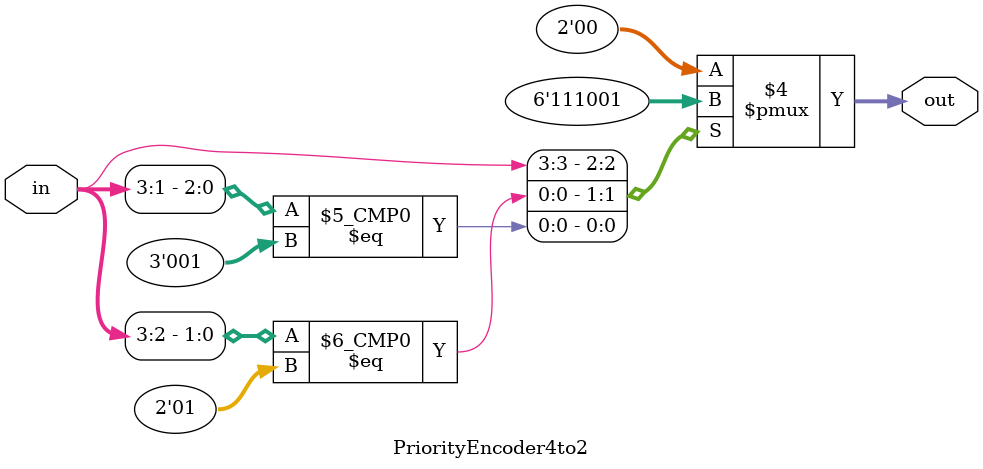
<source format=v>
module PriorityEncoder4to2(in,out);
	input[3:0] in;
	output[1:0] out;
	reg [1:0] out;
	
	always @ (*)
		casex(in)
			4'b1xxx: out = 2'b11;
			4'b01xx: out = 2'b10;
			4'b001x: out = 2'b01;
			4'b0001: out = 2'b00;
			default: out = 2'b00;
		endcase
endmodule
			
</source>
